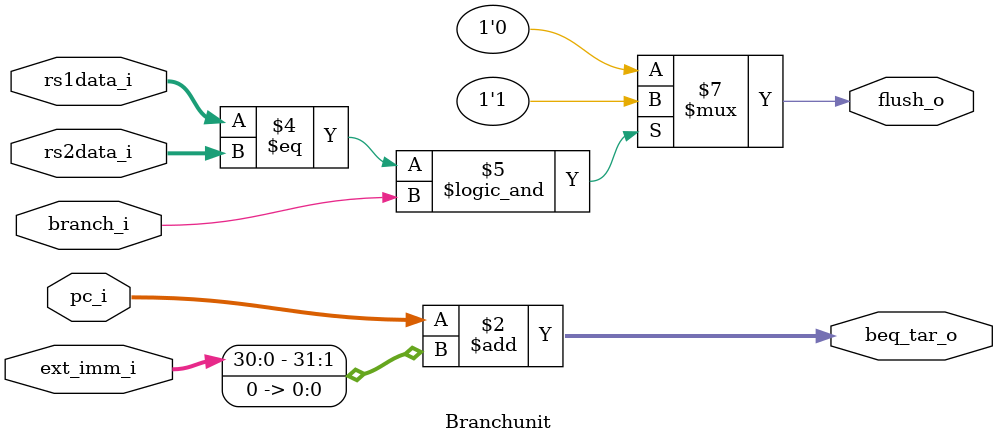
<source format=v>
module Branchunit (
    rs1data_i,
    rs2data_i,
    branch_i,
    pc_i,
    ext_imm_i,
    flush_o,
    beq_tar_o
);

input [31:0] rs1data_i;
input [31:0] rs2data_i;
input branch_i;
input [31:0] pc_i;
input [31:0] ext_imm_i;

output flush_o;
output [31:0] beq_tar_o;

reg flush_o;

assign beq_tar_o = pc_i + (ext_imm_i << 1);

always @ (rs1data_i or rs2data_i or branch_i or pc_i or ext_imm_i) begin
    flush_o = 1'b0;
    if ((rs1data_i == rs2data_i) && branch_i) begin
        flush_o = 1'b1;
    end
end

    
endmodule
</source>
